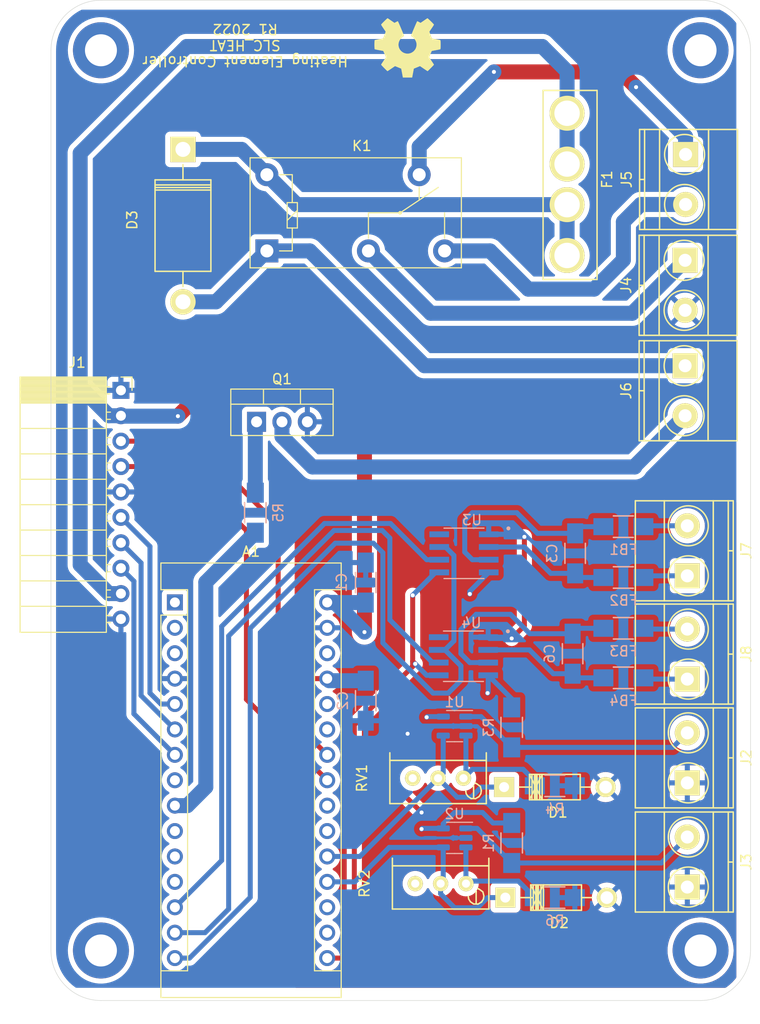
<source format=kicad_pcb>
(kicad_pcb (version 20211014) (generator pcbnew)
  (layers (0 "F.Cu" signal) (31 "B.Cu" signal) (34 "B.Paste" user) (35 "F.Paste" user) (36 "B.SilkS" user "B.Silkscreen") (37 "F.SilkS" user "F.Silkscreen") (38 "B.Mask" user) (39 "F.Mask" user) (44 "Edge.Cuts" user))
  (net 0 "")
  (net 3 "GND")
  (net 5 "+5V")
  (net 8 "/TMSTR1")
  (net 9 "/TMSTR2")
  (net 10 "/I2C_TC_CLK")
  (net 12 "/I2C_DAT")
  (net 14 "/SYNC")
  (net 16 "/E_STOP")
  (net 23 "+12V")
  (net 24 "/INT")
  (net 25 "/PWM")
  (net 26 "/TC_DATA")
  (net 27 "/TC_CLK")
  (net 28 "/SS1")
  (net 29 "/SS2")
  (net 30 "/T-1")
  (net 31 "/T+1")
  (net 32 "Net-(J6-Pad1)")
  (net 33 "Net-(Q1-Pad1)")
  (net 35 "/T-2")
  (net 36 "/T+2")
  (net 38 "Net-(F1-Pad1)")
  (net 39 "Net-(FB1-Pad2)")
  (net 40 "Net-(FB2-Pad2)")
  (net 41 "Net-(FB3-Pad2)")
  (net 42 "Net-(FB4-Pad2)")
  (net 43 "Net-(J2-Pad2)")
  (net 44 "Net-(J3-Pad2)")
  (net 45 "Net-(J5-Pad1)")
  (net 46 "Net-(J5-Pad2)")
  (net 47 "Net-(R4-Pad1)")
  (net 48 "Net-(R6-Pad1)")
  (net 51 "Net-(J6-Pad2)")
  (net 52 "Net-(J4-Pad1)")
  (footprint "MountingHole:MountingHole_3.2mm_M3_DIN965_Pad" (layer "F.Cu") (at 127.6 44.8)
    (fp_text reference "H1" hide)
    (fp_text value "MountingHole")
    (pad "1" thru_hole circle locked (at 0 0) (size 5.6 5.6) (drill 3.2) (layers *.Cu *.Mask))
  )
  (footprint "MountingHole:MountingHole_3.2mm_M3_DIN965_Pad" (layer "F.Cu") (at 187.6 44.8)
    (fp_text reference "H2" hide)
    (fp_text value "MountingHole")
    (pad "1" thru_hole circle locked (at 0 0) (size 5.6 5.6) (drill 3.2) (layers *.Cu *.Mask))
  )
  (footprint "MountingHole:MountingHole_3.2mm_M3_DIN965_Pad" (layer "F.Cu") (at 127.6 134.8)
    (fp_text reference "H3" hide)
    (fp_text value "MountingHole")
    (pad "1" thru_hole circle locked (at 0 0) (size 5.6 5.6) (drill 3.2) (layers *.Cu *.Mask))
  )
  (footprint "MountingHole:MountingHole_3.2mm_M3_DIN965_Pad" (layer "F.Cu") (at 187.6 134.8)
    (fp_text reference "H4" hide)
    (fp_text value "MountingHole")
    (pad "1" thru_hole circle locked (at 0 0) (size 5.6 5.6) (drill 3.2) (layers *.Cu *.Mask))
  )
  (footprint "Module:Arduino_Nano" (layer "F.Cu") (at 135 100)
    (fp_text reference "A1" (at 7.62 -5.08) (layer "F.SilkS"))
    (fp_text value "Arduino_Nano_v3.x")
    (pad "1" thru_hole rect locked (at 0 0) (size 1.6 1.6) (drill 1) (layers *.Cu *.Mask))
    (pad "2" thru_hole oval locked (at 0 2.54) (size 1.6 1.6) (drill 1) (layers *.Cu *.Mask))
    (pad "3" thru_hole oval locked (at 0 5.08) (size 1.6 1.6) (drill 1) (layers *.Cu *.Mask))
    (pad "4" thru_hole oval locked (at 0 7.62) (size 1.6 1.6) (drill 1) (layers *.Cu *.Mask) (net 3 "GND"))
    (pad "5" thru_hole oval locked (at 0 10.16) (size 1.6 1.6) (drill 1) (layers *.Cu *.Mask) (net 16 "/E_STOP"))
    (pad "6" thru_hole oval locked (at 0 12.7) (size 1.6 1.6) (drill 1) (layers *.Cu *.Mask) (net 24 "/INT"))
    (pad "7" thru_hole oval locked (at 0 15.24) (size 1.6 1.6) (drill 1) (layers *.Cu *.Mask) (net 14 "/SYNC"))
    (pad "8" thru_hole oval locked (at 0 17.78) (size 1.6 1.6) (drill 1) (layers *.Cu *.Mask))
    (pad "9" thru_hole oval locked (at 0 20.32) (size 1.6 1.6) (drill 1) (layers *.Cu *.Mask) (net 25 "/PWM"))
    (pad "10" thru_hole oval locked (at 0 22.86) (size 1.6 1.6) (drill 1) (layers *.Cu *.Mask))
    (pad "11" thru_hole oval locked (at 0 25.4) (size 1.6 1.6) (drill 1) (layers *.Cu *.Mask))
    (pad "12" thru_hole oval locked (at 0 27.94) (size 1.6 1.6) (drill 1) (layers *.Cu *.Mask))
    (pad "13" thru_hole oval locked (at 0 30.48) (size 1.6 1.6) (drill 1) (layers *.Cu *.Mask) (net 28 "/SS1"))
    (pad "14" thru_hole oval locked (at 0 33.02) (size 1.6 1.6) (drill 1) (layers *.Cu *.Mask) (net 29 "/SS2"))
    (pad "15" thru_hole oval locked (at 0 35.56) (size 1.6 1.6) (drill 1) (layers *.Cu *.Mask) (net 26 "/TC_DATA"))
    (pad "16" thru_hole oval locked (at 15.24 35.56) (size 1.6 1.6) (drill 1) (layers *.Cu *.Mask) (net 27 "/TC_CLK"))
    (pad "17" thru_hole oval locked (at 15.24 33.02) (size 1.6 1.6) (drill 1) (layers *.Cu *.Mask))
    (pad "18" thru_hole oval locked (at 15.24 30.48) (size 1.6 1.6) (drill 1) (layers *.Cu *.Mask))
    (pad "19" thru_hole oval locked (at 15.24 27.94) (size 1.6 1.6) (drill 1) (layers *.Cu *.Mask) (net 9 "/TMSTR2"))
    (pad "20" thru_hole oval locked (at 15.24 25.4) (size 1.6 1.6) (drill 1) (layers *.Cu *.Mask) (net 8 "/TMSTR1"))
    (pad "21" thru_hole oval locked (at 15.24 22.86) (size 1.6 1.6) (drill 1) (layers *.Cu *.Mask))
    (pad "22" thru_hole oval locked (at 15.24 20.32) (size 1.6 1.6) (drill 1) (layers *.Cu *.Mask))
    (pad "23" thru_hole oval locked (at 15.24 17.78) (size 1.6 1.6) (drill 1) (layers *.Cu *.Mask) (net 12 "/I2C_DAT"))
    (pad "24" thru_hole oval locked (at 15.24 15.24) (size 1.6 1.6) (drill 1) (layers *.Cu *.Mask) (net 10 "/I2C_TC_CLK"))
    (pad "25" thru_hole oval locked (at 15.24 12.7) (size 1.6 1.6) (drill 1) (layers *.Cu *.Mask))
    (pad "26" thru_hole oval locked (at 15.24 10.16) (size 1.6 1.6) (drill 1) (layers *.Cu *.Mask))
    (pad "27" thru_hole oval locked (at 15.24 7.62) (size 1.6 1.6) (drill 1) (layers *.Cu *.Mask) (net 5 "+5V"))
    (pad "28" thru_hole oval locked (at 15.24 5.08) (size 1.6 1.6) (drill 1) (layers *.Cu *.Mask))
    (pad "29" thru_hole oval locked (at 15.24 2.54) (size 1.6 1.6) (drill 1) (layers *.Cu *.Mask) (net 3 "GND"))
    (pad "30" thru_hole oval locked (at 15.24 0) (size 1.6 1.6) (drill 1) (layers *.Cu *.Mask) (net 23 "+12V"))
  )
  (footprint "Connector_PinSocket_2.54mm:PinSocket_1x10_P2.54mm_Horizontal" (layer "F.Cu") (at 129.6 78.8)
    (fp_text reference "J1" (at -4.38 -2.77) (layer "F.SilkS"))
    (fp_text value "Conn_01x10_Female")
    (pad "1" thru_hole rect locked (at 0 0) (size 1.7 1.7) (drill 1) (layers *.Cu *.Mask) (net 3 "GND"))
    (pad "2" thru_hole oval locked (at 0 2.54) (size 1.7 1.7) (drill 1) (layers *.Cu *.Mask) (net 23 "+12V"))
    (pad "3" thru_hole oval locked (at 0 5.08) (size 1.7 1.7) (drill 1) (layers *.Cu *.Mask) (net 10 "/I2C_TC_CLK"))
    (pad "4" thru_hole oval locked (at 0 7.62) (size 1.7 1.7) (drill 1) (layers *.Cu *.Mask) (net 12 "/I2C_DAT"))
    (pad "5" thru_hole oval locked (at 0 10.16) (size 1.7 1.7) (drill 1) (layers *.Cu *.Mask) (net 3 "GND"))
    (pad "6" thru_hole oval locked (at 0 12.7) (size 1.7 1.7) (drill 1) (layers *.Cu *.Mask) (net 16 "/E_STOP"))
    (pad "7" thru_hole oval locked (at 0 15.24) (size 1.7 1.7) (drill 1) (layers *.Cu *.Mask) (net 24 "/INT"))
    (pad "8" thru_hole oval locked (at 0 17.78) (size 1.7 1.7) (drill 1) (layers *.Cu *.Mask) (net 14 "/SYNC"))
    (pad "9" thru_hole oval locked (at 0 20.32) (size 1.7 1.7) (drill 1) (layers *.Cu *.Mask) (net 23 "+12V"))
    (pad "10" thru_hole oval locked (at 0 22.86) (size 1.7 1.7) (drill 1) (layers *.Cu *.Mask) (net 3 "GND"))
  )
  (footprint "Symbol:OSHW-Symbol_6.7x6mm_SilkScreen" (layer "F.Cu") (at 158.287 44.55 180)
    (fp_text reference "Logo1" hide)
    (fp_text value "Logo_Open_Hardware_Small" hide)
  )
  (footprint "OCI:TerminalBlock_Pheonix_MKDS1.5-2pol" (layer "F.Cu") (at 186.273 118.043 90)
    (fp_text reference "J2" (at 2.5 5.9 90) (layer "F.SilkS"))
    (fp_text value "Term_2")
    (pad "1" thru_hole rect locked (at 0 0 90) (size 2.5 2.5) (drill 1.3) (layers *.Cu *.Mask "F.SilkS") (net 3 "GND"))
    (pad "2" thru_hole circle locked (at 5 0 90) (size 2.5 2.5) (drill 1.3) (layers *.Cu *.Mask "F.SilkS") (net 43 "Net-(J2-Pad2)"))
  )
  (footprint "OCI:TerminalBlock_Pheonix_MKDS1.5-2pol" (layer "F.Cu") (at 186.273 128.457 90)
    (fp_text reference "J3" (at 2.5 5.9 90) (layer "F.SilkS"))
    (fp_text value "Term_2")
    (pad "1" thru_hole rect locked (at 0 0 90) (size 2.5 2.5) (drill 1.3) (layers *.Cu *.Mask "F.SilkS") (net 3 "GND"))
    (pad "2" thru_hole circle locked (at 5 0 90) (size 2.5 2.5) (drill 1.3) (layers *.Cu *.Mask "F.SilkS") (net 44 "Net-(J3-Pad2)"))
  )
  (footprint "OCI:Diode_DO-201AD_Horizontal_RM15" (layer "F.Cu") (at 135.80504 54.70878 -90)
    (fp_text reference "D3" (at 7.06722 5.07704 90) (layer "F.SilkS"))
    (fp_text value "General_Purpose_Diode")
    (pad "1" thru_hole rect locked (at 0.00122 -0.00296 90) (size 2.54 2.54) (drill 1.50114) (layers *.Cu *.Mask "F.SilkS") (net 38 "Net-(F1-Pad1)"))
    (pad "2" thru_hole circle locked (at 15.24122 -0.00296 90) (size 2.54 2.54) (drill 1.50114) (layers *.Cu *.Mask "F.SilkS") (net 32 "Net-(J6-Pad1)"))
  )
  (footprint "OCI:TerminalBlock_Pheonix_MKDS1.5-2pol" (layer "F.Cu") (at 186.054 76.34 -90)
    (fp_text reference "J6" (at 2.5 5.9 90) (layer "F.SilkS"))
    (fp_text value "Term_2")
    (pad "1" thru_hole rect locked (at 0 0 270) (size 2.5 2.5) (drill 1.3) (layers *.Cu *.Mask "F.SilkS") (net 32 "Net-(J6-Pad1)"))
    (pad "2" thru_hole circle locked (at 5 0 270) (size 2.5 2.5) (drill 1.3) (layers *.Cu *.Mask "F.SilkS") (net 51 "Net-(J6-Pad2)"))
  )
  (footprint "OCI:TerminalBlock_Pheonix_MKDS1.5-2pol" (layer "F.Cu") (at 186.1 55.218 -90)
    (fp_text reference "J5" (at 2.5 5.9 90) (layer "F.SilkS"))
    (fp_text value "Term_2")
    (pad "1" thru_hole rect locked (at 0 0 270) (size 2.5 2.5) (drill 1.3) (layers *.Cu *.Mask "F.SilkS") (net 45 "Net-(J5-Pad1)"))
    (pad "2" thru_hole circle locked (at 5 0 270) (size 2.5 2.5) (drill 1.3) (layers *.Cu *.Mask "F.SilkS") (net 46 "Net-(J5-Pad2)"))
  )
  (footprint "OCI:TerminalBlock_Pheonix_MKDS1.5-2pol" (layer "F.Cu") (at 186.273 107.669 90)
    (fp_text reference "J8" (at 2.5 5.9 90) (layer "F.SilkS"))
    (fp_text value "Term_2")
    (pad "1" thru_hole rect locked (at 0 0 90) (size 2.5 2.5) (drill 1.3) (layers *.Cu *.Mask "F.SilkS") (net 42 "Net-(FB4-Pad2)"))
    (pad "2" thru_hole circle locked (at 5 0 90) (size 2.5 2.5) (drill 1.3) (layers *.Cu *.Mask "F.SilkS") (net 41 "Net-(FB3-Pad2)"))
  )
  (footprint "OCI:Diode_DO-41_SOD81_Horizontal_RM10" (layer "F.Cu") (at 168.066 129.51554)
    (fp_text reference "D2" (at 5.38734 2.53746) (layer "F.SilkS"))
    (fp_text value "5.1V_z")
    (pad "1" thru_hole rect locked (at 0 -0.00254 180) (size 1.99898 1.99898) (drill 1.00076) (layers *.Cu *.Mask "F.SilkS") (net 9 "/TMSTR2"))
    (pad "2" thru_hole circle locked (at 10.16 -0.00254 180) (size 1.99898 1.99898) (drill 1.27) (layers *.Cu *.Mask "F.SilkS") (net 3 "GND"))
  )
  (footprint "OCI:TerminalBlock_Pheonix_MKDS1.5-2pol" (layer "F.Cu") (at 186.273 97.342 90)
    (fp_text reference "J7" (at 2.5 5.9 90) (layer "F.SilkS"))
    (fp_text value "Term_2")
    (pad "1" thru_hole rect locked (at 0 0 90) (size 2.5 2.5) (drill 1.3) (layers *.Cu *.Mask "F.SilkS") (net 40 "Net-(FB2-Pad2)"))
    (pad "2" thru_hole circle locked (at 5 0 90) (size 2.5 2.5) (drill 1.3) (layers *.Cu *.Mask "F.SilkS") (net 39 "Net-(FB1-Pad2)"))
  )
  (footprint "OCI:Potentiometer_Bourns_3296W_3-8Zoll_Inline_ScrewUp" (layer "F.Cu") (at 164.129 128.116 90)
    (fp_text reference "RV2" (at 0 -10.16 90) (layer "F.SilkS"))
    (fp_text value "10k_t")
    (pad "1" thru_hole circle locked (at 0 0 90) (size 1.524 1.524) (drill 0.8128) (layers *.Cu *.Mask "F.SilkS") (net 48 "Net-(R6-Pad1)"))
    (pad "2" thru_hole circle locked (at 0 -2.54 90) (size 1.524 1.524) (drill 0.8128) (layers *.Cu *.Mask "F.SilkS") (net 9 "/TMSTR2"))
    (pad "3" thru_hole circle locked (at 0 -5.08 90) (size 1.524 1.524) (drill 0.8128) (layers *.Cu *.Mask "F.SilkS"))
  )
  (footprint "OCI:TerminalBlock_Pheonix_MKDS1.5-2pol" (layer "F.Cu") (at 186.054 65.799 -90)
    (fp_text reference "J4" (at 2.5 5.9 90) (layer "F.SilkS"))
    (fp_text value "Term_2")
    (pad "1" thru_hole rect locked (at 0 0 270) (size 2.5 2.5) (drill 1.3) (layers *.Cu *.Mask "F.SilkS") (net 52 "Net-(J4-Pad1)"))
    (pad "2" thru_hole circle locked (at 5 0 270) (size 2.5 2.5) (drill 1.3) (layers *.Cu *.Mask "F.SilkS") (net 3 "GND"))
  )
  (footprint "OCI:Diode_DO-41_SOD81_Horizontal_RM10" (layer "F.Cu") (at 167.939 118.46654)
    (fp_text reference "D1" (at 5.38734 2.53746) (layer "F.SilkS"))
    (fp_text value "5.1V_z")
    (pad "1" thru_hole rect locked (at 0 -0.00254 180) (size 1.99898 1.99898) (drill 1.00076) (layers *.Cu *.Mask "F.SilkS") (net 8 "/TMSTR1"))
    (pad "2" thru_hole circle locked (at 10.16 -0.00254 180) (size 1.99898 1.99898) (drill 1.27) (layers *.Cu *.Mask "F.SilkS") (net 3 "GND"))
  )
  (footprint "OCI:Potentiometer_Bourns_3296W_3-8Zoll_Inline_ScrewUp" (layer "F.Cu") (at 163.875 117.575 90)
    (fp_text reference "RV1" (at 0 -10.16 90) (layer "F.SilkS"))
    (fp_text value "10k_t")
    (pad "1" thru_hole circle locked (at 0 0 90) (size 1.524 1.524) (drill 0.8128) (layers *.Cu *.Mask "F.SilkS") (net 47 "Net-(R4-Pad1)"))
    (pad "2" thru_hole circle locked (at 0 -2.54 90) (size 1.524 1.524) (drill 0.8128) (layers *.Cu *.Mask "F.SilkS") (net 8 "/TMSTR1"))
    (pad "3" thru_hole circle locked (at 0 -5.08 90) (size 1.524 1.524) (drill 0.8128) (layers *.Cu *.Mask "F.SilkS"))
  )
  (footprint "Package_TO_SOT_THT:TO-220-3_Vertical" (layer "F.Cu") (at 143.174 81.944)
    (fp_text reference "Q1" (at 2.54 -4.27) (layer "F.SilkS"))
    (fp_text value "TIP120")
    (pad "1" thru_hole rect (at 0 0) (size 1.905 2) (drill 1.1) (layers *.Cu *.Mask) (net 33 "Net-(Q1-Pad1)"))
    (pad "2" thru_hole oval (at 2.54 0) (size 1.905 2) (drill 1.1) (layers *.Cu *.Mask) (net 51 "Net-(J6-Pad2)"))
    (pad "3" thru_hole oval (at 5.08 0) (size 1.905 2) (drill 1.1) (layers *.Cu *.Mask) (net 3 "GND"))
  )
  (footprint "Relay_THT:Relay_SPDT_Omron-G5Q-1" (layer "F.Cu") (at 144.205 64.86)
    (fp_text reference "K1" (at 9.5 -10.5) (layer "F.SilkS"))
    (fp_text value "G5Q-1")
    (pad "1" thru_hole rect (at 0 0 180) (size 2.3 2.3) (drill 1.3) (layers *.Cu *.Mask) (net 32 "Net-(J6-Pad1)"))
    (pad "2" thru_hole circle (at 10.16 0 180) (size 2.3 2.3) (drill 1.3) (layers *.Cu *.Mask) (net 52 "Net-(J4-Pad1)"))
    (pad "3" thru_hole circle (at 17.78 0 180) (size 2.3 2.3) (drill 1.3) (layers *.Cu *.Mask) (net 46 "Net-(J5-Pad2)"))
    (pad "4" thru_hole circle (at 15.24 -7.62 180) (size 2.3 2.3) (drill 1.3) (layers *.Cu *.Mask) (net 45 "Net-(J5-Pad1)"))
    (pad "5" thru_hole circle (at 0 -7.62 180) (size 2.3 2.3) (drill 1.3) (layers *.Cu *.Mask) (net 38 "Net-(F1-Pad1)"))
  )
  (footprint "OCI:Fuse_Holder" (layer "F.Cu") (at 174.243 58.216 90)
    (fp_text reference "F1" (at 0.5 4 90) (layer "F.SilkS"))
    (fp_text value "10A")
    (pad "1" thru_hole circle locked (at -2.02 0 90) (size 3.5 3.5) (drill 2.54) (layers *.Cu *.Mask "F.SilkS") (net 38 "Net-(F1-Pad1)"))
    (pad "1" thru_hole circle locked (at -7.1 0 90) (size 3.5 3.5) (drill 2.54) (layers *.Cu *.Mask "F.SilkS") (net 38 "Net-(F1-Pad1)"))
    (pad "2" thru_hole circle locked (at 2.04 0 90) (size 3.5 3.5) (drill 2.54) (layers *.Cu *.Mask "F.SilkS") (net 23 "+12V"))
    (pad "2" thru_hole circle locked (at 7.12 0 90) (size 3.5 3.5) (drill 2.54) (layers *.Cu *.Mask "F.SilkS") (net 23 "+12V"))
  )
  (footprint "OCI:R_1206_HandSoldering" (layer "B.Cu") (at 179.877 107.542)
    (fp_text reference "FB4" (at 0 2.3) (layer "B.SilkS") (effects (justify mirror)))
    (fp_text value "Ferrite_Bead_Small")
    (pad "1" smd rect locked (at -2 0) (size 2 1.7) (layers "B.Cu" "B.Paste" "B.Mask") (net 35 "/T-2"))
    (pad "2" smd rect locked (at 2 0) (size 2 1.7) (layers "B.Cu" "B.Paste" "B.Mask") (net 42 "Net-(FB4-Pad2)"))
  )
  (footprint "OCI:R_1206_HandSoldering" (layer "B.Cu") (at 173.019 118.337)
    (fp_text reference "R4" (at 0 2.3) (layer "B.SilkS") (effects (justify mirror)))
    (fp_text value "10k")
    (pad "1" smd rect locked (at -2 0) (size 2 1.7) (layers "B.Cu" "B.Paste" "B.Mask") (net 47 "Net-(R4-Pad1)"))
    (pad "2" smd rect locked (at 2 0) (size 2 1.7) (layers "B.Cu" "B.Paste" "B.Mask") (net 3 "GND"))
  )
  (footprint "Package_TO_SOT_SMD:SOT-23-5" (layer "B.Cu") (at 162.986 123.544 180)
    (fp_text reference "U2" (at 0 2.4) (layer "B.SilkS") (effects (justify mirror)))
    (fp_text value "MCP6001U")
    (pad "1" smd roundrect (at -1.1375 0.95 180) (size 1.325 0.6) (layers "B.Cu" "B.Paste" "B.Mask") (net 44 "Net-(J3-Pad2)"))
    (pad "2" smd roundrect (at -1.1375 0 180) (size 1.325 0.6) (layers "B.Cu" "B.Paste" "B.Mask") (net 3 "GND"))
    (pad "3" smd roundrect (at -1.1375 -0.95 180) (size 1.325 0.6) (layers "B.Cu" "B.Paste" "B.Mask") (net 48 "Net-(R6-Pad1)"))
    (pad "4" smd roundrect (at 1.1375 -0.95 180) (size 1.325 0.6) (layers "B.Cu" "B.Paste" "B.Mask") (net 9 "/TMSTR2"))
    (pad "5" smd roundrect (at 1.1375 0.95 180) (size 1.325 0.6) (layers "B.Cu" "B.Paste" "B.Mask") (net 5 "+5V"))
  )
  (footprint "Package_TO_SOT_SMD:SOT-23-5" (layer "B.Cu") (at 162.986 112.368 180)
    (fp_text reference "U1" (at 0 2.4) (layer "B.SilkS") (effects (justify mirror)))
    (fp_text value "MCP6001U")
    (pad "1" smd roundrect (at -1.1375 0.95 180) (size 1.325 0.6) (layers "B.Cu" "B.Paste" "B.Mask") (net 43 "Net-(J2-Pad2)"))
    (pad "2" smd roundrect (at -1.1375 0 180) (size 1.325 0.6) (layers "B.Cu" "B.Paste" "B.Mask") (net 3 "GND"))
    (pad "3" smd roundrect (at -1.1375 -0.95 180) (size 1.325 0.6) (layers "B.Cu" "B.Paste" "B.Mask") (net 47 "Net-(R4-Pad1)"))
    (pad "4" smd roundrect (at 1.1375 -0.95 180) (size 1.325 0.6) (layers "B.Cu" "B.Paste" "B.Mask") (net 8 "/TMSTR1"))
    (pad "5" smd roundrect (at 1.1375 0.95 180) (size 1.325 0.6) (layers "B.Cu" "B.Paste" "B.Mask") (net 5 "+5V"))
  )
  (footprint "OCI:R_1206_HandSoldering" (layer "B.Cu") (at 173.019 129.513)
    (fp_text reference "R6" (at 0 2.3) (layer "B.SilkS") (effects (justify mirror)))
    (fp_text value "10k")
    (pad "1" smd rect locked (at -2 0) (size 2 1.7) (layers "B.Cu" "B.Paste" "B.Mask") (net 48 "Net-(R6-Pad1)"))
    (pad "2" smd rect locked (at 2 0) (size 2 1.7) (layers "B.Cu" "B.Paste" "B.Mask") (net 3 "GND"))
  )
  (footprint "OCI:C_1206_HandSoldering" (layer "B.Cu") (at 174.797 105.129 -90)
    (fp_text reference "C6" (at 0 2.3 -270) (layer "B.SilkS") (effects (justify mirror)))
    (fp_text value "0.01 uF")
    (pad "1" smd rect locked (at -2 0 270) (size 2 1.6) (layers "B.Cu" "B.Paste" "B.Mask") (net 36 "/T+2"))
    (pad "2" smd rect locked (at 2 0 270) (size 2 1.6) (layers "B.Cu" "B.Paste" "B.Mask") (net 35 "/T-2"))
  )
  (footprint "OCI:C_1206_HandSoldering" (layer "B.Cu") (at 154.096 98.017 90)
    (fp_text reference "C1" (at 0 -2.413 90) (layer "B.SilkS") (effects (justify mirror)))
    (fp_text value "10uF_t")
    (pad "1" smd rect locked (at -2 0 90) (size 2 1.6) (layers "B.Cu" "B.Paste" "B.Mask") (net 23 "+12V"))
    (pad "2" smd rect locked (at 2 0 90) (size 2 1.6) (layers "B.Cu" "B.Paste" "B.Mask") (net 3 "GND"))
  )
  (footprint "MAX6675ISA_:SOIC127P600X175-8N" (layer "B.Cu") (at 163.875 105.383 180)
    (fp_text reference "U4" (at -0.795 3.332) (layer "B.SilkS") (effects (justify mirror)))
    (fp_text value "MAX6675ISA+")
    (pad "1" smd roundrect locked (at -2.475 1.905 180) (size 1.97 0.59) (layers "B.Cu" "B.Paste" "B.Mask") (roundrect_rratio 0.07) (net 3 "GND"))
    (pad "2" smd roundrect locked (at -2.475 0.635 180) (size 1.97 0.59) (layers "B.Cu" "B.Paste" "B.Mask") (roundrect_rratio 0.07) (net 35 "/T-2"))
    (pad "3" smd roundrect locked (at -2.475 -0.635 180) (size 1.97 0.59) (layers "B.Cu" "B.Paste" "B.Mask") (roundrect_rratio 0.07) (net 36 "/T+2"))
    (pad "4" smd roundrect locked (at -2.475 -1.905 180) (size 1.97 0.59) (layers "B.Cu" "B.Paste" "B.Mask") (roundrect_rratio 0.07) (net 5 "+5V"))
    (pad "5" smd roundrect locked (at 2.475 -1.905 180) (size 1.97 0.59) (layers "B.Cu" "B.Paste" "B.Mask") (roundrect_rratio 0.07) (net 27 "/TC_CLK"))
    (pad "6" smd roundrect locked (at 2.475 -0.635 180) (size 1.97 0.59) (layers "B.Cu" "B.Paste" "B.Mask") (roundrect_rratio 0.07) (net 29 "/SS2"))
    (pad "7" smd roundrect locked (at 2.475 0.635 180) (size 1.97 0.59) (layers "B.Cu" "B.Paste" "B.Mask") (roundrect_rratio 0.07) (net 26 "/TC_DATA"))
    (pad "8" smd roundrect locked (at 2.475 1.905 180) (size 1.97 0.59) (layers "B.Cu" "B.Paste" "B.Mask") (roundrect_rratio 0.07))
  )
  (footprint "OCI:R_1206_HandSoldering" (layer "B.Cu") (at 179.877 92.429)
    (fp_text reference "FB1" (at 0 2.3) (layer "B.SilkS") (effects (justify mirror)))
    (fp_text value "Ferrite_Bead_Small")
    (pad "1" smd rect locked (at -2 0) (size 2 1.7) (layers "B.Cu" "B.Paste" "B.Mask") (net 31 "/T+1"))
    (pad "2" smd rect locked (at 2 0) (size 2 1.7) (layers "B.Cu" "B.Paste" "B.Mask") (net 39 "Net-(FB1-Pad2)"))
  )
  (footprint "OCI:R_1206_HandSoldering" (layer "B.Cu") (at 143.047 91.032 90)
    (fp_text reference "R5" (at 0 2.3 90) (layer "B.SilkS") (effects (justify mirror)))
    (fp_text value "330")
    (pad "1" smd rect locked (at -2 0 90) (size 2 1.7) (layers "B.Cu" "B.Paste" "B.Mask") (net 25 "/PWM"))
    (pad "2" smd rect locked (at 2 0 90) (size 2 1.7) (layers "B.Cu" "B.Paste" "B.Mask") (net 33 "Net-(Q1-Pad1)"))
  )
  (footprint "OCI:R_1206_HandSoldering" (layer "B.Cu") (at 179.877 102.589)
    (fp_text reference "FB3" (at 0 2.3) (layer "B.SilkS") (effects (justify mirror)))
    (fp_text value "Ferrite_Bead_Small")
    (pad "1" smd rect locked (at -2 0) (size 2 1.7) (layers "B.Cu" "B.Paste" "B.Mask") (net 36 "/T+2"))
    (pad "2" smd rect locked (at 2 0) (size 2 1.7) (layers "B.Cu" "B.Paste" "B.Mask") (net 41 "Net-(FB3-Pad2)"))
  )
  (footprint "OCI:R_1206_HandSoldering" (layer "B.Cu") (at 168.701 124.052 -90)
    (fp_text reference "R1" (at 0 2.3 90) (layer "B.SilkS") (effects (justify mirror)))
    (fp_text value "10k")
    (pad "1" smd rect locked (at -2 0 270) (size 2 1.7) (layers "B.Cu" "B.Paste" "B.Mask") (net 5 "+5V"))
    (pad "2" smd rect locked (at 2 0 270) (size 2 1.7) (layers "B.Cu" "B.Paste" "B.Mask") (net 44 "Net-(J3-Pad2)"))
  )
  (footprint "OCI:R_1206_HandSoldering" (layer "B.Cu") (at 168.701 112.495 -90)
    (fp_text reference "R3" (at 0 2.3 90) (layer "B.SilkS") (effects (justify mirror)))
    (fp_text value "10k")
    (pad "1" smd rect locked (at -2 0 270) (size 2 1.7) (layers "B.Cu" "B.Paste" "B.Mask") (net 5 "+5V"))
    (pad "2" smd rect locked (at 2 0 270) (size 2 1.7) (layers "B.Cu" "B.Paste" "B.Mask") (net 43 "Net-(J2-Pad2)"))
  )
  (footprint "OCI:C_1206_HandSoldering" (layer "B.Cu") (at 175.051 95.096 -90)
    (fp_text reference "C3" (at 0 2.3 -270) (layer "B.SilkS") (effects (justify mirror)))
    (fp_text value "0.01 uF")
    (pad "1" smd rect locked (at -2 0 270) (size 2 1.6) (layers "B.Cu" "B.Paste" "B.Mask") (net 31 "/T+1"))
    (pad "2" smd rect locked (at 2 0 270) (size 2 1.6) (layers "B.Cu" "B.Paste" "B.Mask") (net 30 "/T-1"))
  )
  (footprint "OCI:C_1206_HandSoldering" (layer "B.Cu") (at 154.096 109.828 -90)
    (fp_text reference "C2" (at 0 2.3 90) (layer "B.SilkS") (effects (justify mirror)))
    (fp_text value "10uF_t")
    (pad "1" smd rect locked (at -2 0 270) (size 2 1.6) (layers "B.Cu" "B.Paste" "B.Mask") (net 5 "+5V"))
    (pad "2" smd rect locked (at 2 0 270) (size 2 1.6) (layers "B.Cu" "B.Paste" "B.Mask") (net 3 "GND"))
  )
  (footprint "MAX6675ISA_:SOIC127P600X175-8N" (layer "B.Cu") (at 163.928 95.096 180)
    (fp_text reference "U3" (at -0.795 3.332) (layer "B.SilkS") (effects (justify mirror)))
    (fp_text value "MAX6675ISA+")
    (pad "1" smd roundrect locked (at -2.475 1.905 180) (size 1.97 0.59) (layers "B.Cu" "B.Paste" "B.Mask") (roundrect_rratio 0.07) (net 3 "GND"))
    (pad "2" smd roundrect locked (at -2.475 0.635 180) (size 1.97 0.59) (layers "B.Cu" "B.Paste" "B.Mask") (roundrect_rratio 0.07) (net 30 "/T-1"))
    (pad "3" smd roundrect locked (at -2.475 -0.635 180) (size 1.97 0.59) (layers "B.Cu" "B.Paste" "B.Mask") (roundrect_rratio 0.07) (net 31 "/T+1"))
    (pad "4" smd roundrect locked (at -2.475 -1.905 180) (size 1.97 0.59) (layers "B.Cu" "B.Paste" "B.Mask") (roundrect_rratio 0.07) (net 5 "+5V"))
    (pad "5" smd roundrect locked (at 2.475 -1.905 180) (size 1.97 0.59) (layers "B.Cu" "B.Paste" "B.Mask") (roundrect_rratio 0.07) (net 27 "/TC_CLK"))
    (pad "6" smd roundrect locked (at 2.475 -0.635 180) (size 1.97 0.59) (layers "B.Cu" "B.Paste" "B.Mask") (roundrect_rratio 0.07) (net 28 "/SS1"))
    (pad "7" smd roundrect locked (at 2.475 0.635 180) (size 1.97 0.59) (layers "B.Cu" "B.Paste" "B.Mask") (roundrect_rratio 0.07) (net 26 "/TC_DATA"))
    (pad "8" smd roundrect locked (at 2.475 1.905 180) (size 1.97 0.59) (layers "B.Cu" "B.Paste" "B.Mask") (roundrect_rratio 0.07))
  )
  (footprint "OCI:R_1206_HandSoldering" (layer "B.Cu") (at 179.877 97.509)
    (fp_text reference "FB2" (at 0 2.3) (layer "B.SilkS") (effects (justify mirror)))
    (fp_text value "Ferrite_Bead_Small")
    (pad "1" smd rect locked (at -2 0) (size 2 1.7) (layers "B.Cu" "B.Paste" "B.Mask") (net 30 "/T-1"))
    (pad "2" smd rect locked (at 2 0) (size 2 1.7) (layers "B.Cu" "B.Paste" "B.Mask") (net 40 "Net-(FB2-Pad2)"))
  )
  (gr_line (start 192.6 44.8) (end 192.6 134.8) (layer "Edge.Cuts") (width 0.05))
  (gr_arc (start 192.6 134.8) (mid 191.135534 138.335534) (end 187.6 139.8) (layer "Edge.Cuts") (width 0.05))
  (gr_arc (start 122.6 44.8) (mid 124.064466 41.264466) (end 127.6 39.8) (layer "Edge.Cuts") (width 0.05))
  (gr_line (start 122.6 134.8) (end 122.6 44.8) (layer "Edge.Cuts") (width 0.05))
  (gr_arc (start 127.6 139.8) (mid 124.064466 138.335534) (end 122.6 134.8) (layer "Edge.Cuts") (width 0.05))
  (gr_line (start 127.6 139.8) (end 187.6 139.8) (layer "Edge.Cuts") (width 0.05))
  (gr_line (start 127.6 39.8) (end 187.6 39.8) (layer "Edge.Cuts") (width 0.05))
  (gr_arc (start 187.6 39.8) (mid 191.135534 41.264466) (end 192.6 44.8) (layer "Edge.Cuts") (width 0.05))
  (gr_text "Heating Element Controller\nSLC_HEAT\nR1 2022" (at 142.031 44.296 180) (layer "F.SilkS") (effects (font (size 1 1))))
  (segment (start 156.636 114.781) (end 156.636 117.956) (width 0.5) (layer "F.Cu") (net 3))
  (segment (start 169.971 102.335) (end 168.701 103.605) (width 0.5) (layer "F.Cu") (net 3))
  (segment (start 156.636 117.956) (end 159.684 121.004) (width 0.5) (layer "F.Cu") (net 3))
  (segment (start 158.287 113.13) (end 156.636 114.781) (width 0.5) (layer "F.Cu") (net 3))
  (segment (start 169.971 93.445) (end 169.971 102.335) (width 0.5) (layer "F.Cu") (net 3))
  (via (at 158.287 113.13) (size 0.5) (drill 0.4) (layers "F.Cu" "B.Cu") (net 3))
  (via (at 168.701 103.605) (size 0.5) (drill 0.4) (layers "F.Cu" "B.Cu") (net 3))
  (via (at 169.971 93.445) (size 0.5) (drill 0.4) (layers "F.Cu" "B.Cu") (net 3))
  (via (at 159.684 121.004) (size 0.5) (drill 0.4) (layers "F.Cu" "B.Cu") (net 3))
  (segment (start 169.717 93.191) (end 169.971 93.445) (width 0.5) (layer "B.Cu") (net 3))
  (segment (start 168.701 103.605) (end 166.477 103.605) (width 0.5) (layer "B.Cu") (net 3))
  (segment (start 166.477 103.605) (end 166.35 103.478) (width 0.5) (layer "B.Cu") (net 3))
  (segment (start 164.1235 112.368) (end 159.049 112.368) (width 0.5) (layer "B.Cu") (net 3))
  (segment (start 159.049 112.368) (end 158.287 113.13) (width 0.5) (layer "B.Cu") (net 3))
  (segment (start 166.403 93.191) (end 169.717 93.191) (width 0.5) (layer "B.Cu") (net 3))
  (segment (start 166.288 109.066) (end 164.51 107.288) (width 0.5) (layer "F.Cu") (net 5))
  (segment (start 164.51 107.288) (end 164.51 99.16) (width 0.5) (layer "F.Cu") (net 5))
  (via (at 164.51 99.16) (size 0.5) (drill 0.4) (layers "F.Cu" "B.Cu") (net 5))
  (via (at 159.684 122.655) (size 0.5) (drill 0.4) (layers "F.Cu" "B.Cu") (net 5))
  (via (at 160.192 111.479) (size 0.5) (drill 0.4) (layers "F.Cu" "B.Cu") (net 5))
  (via (at 166.288 109.066) (size 0.5) (drill 0.4) (layers "F.Cu" "B.Cu") (net 5))
  (segment (start 168.701 109.639) (end 166.35 107.288) (width 0.5) (layer "B.Cu") (net 5))
  (segment (start 164.51 98.894) (end 166.403 97.001) (width 0.5) (layer "B.Cu") (net 5))
  (segment (start 166.828 122.052) (end 165.78 121.004) (width 0.5) (layer "B.Cu") (net 5))
  (segment (start 161.8485 122.594) (end 159.745 122.594) (width 0.5) (layer "B.Cu") (net 5))
  (segment (start 164.51 99.16) (end 164.51 98.894) (width 0.5) (layer "B.Cu") (net 5))
  (segment (start 166.35 109.004) (end 166.288 109.066) (width 0.5) (layer "B.Cu") (net 5))
  (segment (start 154.096 107.828) (end 150.448 107.828) (width 1.5) (layer "B.Cu") (net 5))
  (segment (start 168.701 122.052) (end 166.828 122.052) (width 0.5) (layer "B.Cu") (net 5))
  (segment (start 159.745 122.594) (end 159.684 122.655) (width 0.5) (layer "B.Cu") (net 5))
  (segment (start 162.986 121.004) (end 161.8485 122.1415) (width 0.5) (layer "B.Cu") (net 5))
  (segment (start 165.78 121.004) (end 162.986 121.004) (width 0.5) (layer "B.Cu") (net 5))
  (segment (start 168.701 110.495) (end 168.701 109.639) (width 0.5) (layer "B.Cu") (net 5))
  (segment (start 161.8485 122.1415) (end 161.8485 122.594) (width 0.5) (layer "B.Cu") (net 5))
  (segment (start 161.8485 111.418) (end 160.253 111.418) (width 0.5) (layer "B.Cu") (net 5))
  (segment (start 150.42 107.8) (end 150.24 107.62) (width 0.5) (layer "B.Cu") (net 5))
  (segment (start 160.253 111.418) (end 160.192 111.479) (width 0.5) (layer "B.Cu") (net 5))
  (segment (start 166.35 107.288) (end 166.35 109.004) (width 0.5) (layer "B.Cu") (net 5))
  (segment (start 150.448 107.828) (end 150.24 107.62) (width 1.5) (layer "B.Cu") (net 5))
  (segment (start 161.8485 113.318) (end 161.8485 117.0615) (width 0.5) (layer "B.Cu") (net 8))
  (segment (start 163.24 119.48) (end 161.335 117.575) (width 0.5) (layer "B.Cu") (net 8))
  (segment (start 161.8485 117.0615) (end 161.335 117.575) (width 0.5) (layer "B.Cu") (net 8))
  (segment (start 165.653 118.464) (end 164.637 119.48) (width 0.5) (layer "B.Cu") (net 8))
  (segment (start 167.939 118.464) (end 165.653 118.464) (width 0.5) (layer "B.Cu") (net 8))
  (segment (start 164.637 119.48) (end 163.24 119.48) (width 0.5) (layer "B.Cu") (net 8))
  (segment (start 150.24 125.4) (end 153.51 125.4) (width 0.5) (layer "B.Cu") (net 8))
  (segment (start 153.51 125.4) (end 161.335 117.575) (width 0.5) (layer "B.Cu") (net 8))
  (segment (start 161.589 129.132) (end 161.589 128.116) (width 0.5) (layer "B.Cu") (net 9))
  (segment (start 162.986 130.529) (end 161.589 129.132) (width 0.5) (layer "B.Cu") (net 9))
  (segment (start 150.24 127.94) (end 153.002 127.94) (width 0.5) (layer "B.Cu") (net 9))
  (segment (start 166.288 129.513) (end 165.272 130.529) (width 0.5) (layer "B.Cu") (net 9))
  (segment (start 153.002 127.94) (end 156.448 124.494) (width 0.5) (layer "B.Cu") (net 9))
  (segment (start 161.8485 127.8565) (end 161.589 128.116) (width 0.5) (layer "B.Cu") (net 9))
  (segment (start 168.066 129.513) (end 166.288 129.513) (width 0.5) (layer "B.Cu") (net 9))
  (segment (start 165.272 130.529) (end 162.986 130.529) (width 0.5) (layer "B.Cu") (net 9))
  (segment (start 156.448 124.494) (end 161.8485 124.494) (width 0.5) (layer "B.Cu") (net 9))
  (segment (start 161.8485 124.494) (end 161.8485 127.8565) (width 0.5) (layer "B.Cu") (net 9))
  (segment (start 145.333 92.302) (end 136.911 83.88) (width 0.5) (layer "F.Cu") (net 10))
  (segment (start 150.24 115.24) (end 145.333 110.333) (width 0.5) (layer "F.Cu") (net 10))
  (segment (start 145.333 110.333) (end 145.333 92.302) (width 0.5) (layer "F.Cu") (net 10))
  (segment (start 136.911 83.88) (end 129.6 83.88) (width 0.5) (layer "F.Cu") (net 10))
  (segment (start 142.158 109.698) (end 150.24 117.78) (width 0.5) (layer "F.Cu") (net 12))
  (segment (start 135.768 86.42) (end 142.158 92.81) (width 0.5) (layer "F.Cu") (net 12))
  (segment (start 129.6 86.42) (end 135.768 86.42) (width 0.5) (layer "F.Cu") (net 12))
  (segment (start 142.158 92.81) (end 142.158 109.698) (width 0.5) (layer "F.Cu") (net 12))
  (segment (start 130.899511 97.879511) (end 130.899511 111.139511) (width 0.5) (layer "B.Cu") (net 14))
  (segment (start 130.899511 111.139511) (end 135 115.24) (width 0.5) (layer "B.Cu") (net 14))
  (segment (start 129.6 96.58) (end 130.899511 97.879511) (width 0.5) (layer "B.Cu") (net 14))
  (segment (start 132.506 94.406) (end 132.506 109.066) (width 0.5) (layer "B.Cu") (net 16))
  (segment (start 129.6 91.5) (end 132.506 94.406) (width 0.5) (layer "B.Cu") (net 16))
  (segment (start 133.6 110.16) (end 135 110.16) (width 0.5) (layer "B.Cu") (net 16))
  (segment (start 132.506 109.066) (end 133.6 110.16) (width 0.5) (layer "B.Cu") (net 16))
  (segment (start 130.18 91.5) (end 129.6 91.5) (width 0.5) (layer "B.Cu") (net 16))
  (segment (start 153.969 78.586) (end 151.429 76.046) (width 1.5) (layer "F.Cu") (net 23))
  (segment (start 151.429 76.046) (end 140.634 76.046) (width 1.5) (layer "F.Cu") (net 23))
  (segment (start 153.969 102.97) (end 153.969 78.586) (width 1.5) (layer "F.Cu") (net 23))
  (segment (start 140.634 76.046) (end 135.3 81.38) (width 1.5) (layer "F.Cu") (net 23))
  (via (at 153.969 102.97) (size 0.5) (drill 0.4) (layers "F.Cu" "B.Cu") (net 23))
  (via (at 135.3 81.38) (size 0.5) (drill 0.4) (layers "F.Cu" "B.Cu") (net 23))
  (segment (start 128.397919 81.34) (end 129.6 81.34) (width 1.5) (layer "B.Cu") (net 23))
  (segment (start 174.243 51.096) (end 174.243 56.176) (width 1.5) (layer "B.Cu") (net 23))
  (segment (start 125.521 96.243081) (end 125.521 78.463081) (width 1.5) (layer "B.Cu") (net 23))
  (segment (start 171.759 44.423) (end 136.189 44.423) (width 1.5) (layer "B.Cu") (net 23))
  (segment (start 174.243 46.907) (end 174.243 51.096) (width 1.5) (layer "B.Cu") (net 23))
  (segment (start 150.24 100) (end 150.999 100) (width 1.5) (layer "B.Cu") (net 23))
  (segment (start 150.257 100.017) (end 150.24 100) (width 1.5) (layer "B.Cu") (net 23))
  (segment (start 171.759 44.423) (end 174.243 46.907) (width 1.5) (layer "B.Cu") (net 23))
  (segment (start 125.521 78.463081) (end 128.397919 81.34) (width 1.5) (layer "B.Cu") (net 23))
  (segment (start 136.189 44.423) (end 125.521 55.091) (width 1.5) (layer "B.Cu") (net 23))
  (segment (start 128.99 81.34) (end 129.6 81.34) (width 0.5) (layer "B.Cu") (net 23))
  (segment (start 150.999 100) (end 153.969 102.97) (width 1.5) (layer "B.Cu") (net 23))
  (segment (start 129.6 99.12) (end 128.397919 99.12) (width 1.5) (layer "B.Cu") (net 23))
  (segment (start 129.64 81.38) (end 129.6 81.34) (width 1.5) (layer "B.Cu") (net 23))
  (segment (start 128.397919 99.12) (end 125.521 96.243081) (width 1.5) (layer "B.Cu") (net 23))
  (segment (start 154.096 100.017) (end 150.257 100.017) (width 1.5) (layer "B.Cu") (net 23))
  (segment (start 125.521 55.091) (end 125.521 78.463081) (width 1.5) (layer "B.Cu") (net 23))
  (segment (start 135.3 81.38) (end 129.64 81.38) (width 1.5) (layer "B.Cu") (net 23))
  (segment (start 174.299 51.04) (end 174.243 51.096) (width 1.5) (layer "B.Cu") (net 23))
  (segment (start 129.6 94.04) (end 131.617 96.057) (width 0.5) (layer "B.Cu") (net 24))
  (segment (start 131.617 96.057) (end 131.617 109.317) (width 0.5) (layer "B.Cu") (net 24))
  (segment (start 130.18 94.04) (end 129.6 94.04) (width 0.5) (layer "B.Cu") (net 24))
  (segment (start 131.617 109.317) (end 135 112.7) (width 0.5) (layer "B.Cu") (net 24))
  (segment (start 138.094 118.464) (end 138.094 97.985) (width 1.5) (layer "B.Cu") (net 25))
  (segment (start 136.238 120.32) (end 138.094 118.464) (width 1.5) (layer "B.Cu") (net 25))
  (segment (start 138.094 97.985) (end 143.047 93.032) (width 1.5) (layer "B.Cu") (net 25))
  (segment (start 135 120.32) (end 136.238 120.32) (width 1.5) (layer "B.Cu") (net 25))
  (segment (start 162.92148 103.848044) (end 162.021524 104.748) (width 0.5) (layer "B.Cu") (net 26))
  (segment (start 163.621 107.796) (end 163.621 106.347476) (width 0.5) (layer "B.Cu") (net 26))
  (segment (start 160.827 109.066) (end 162.351 109.066) (width 0.5) (layer "B.Cu") (net 26))
  (segment (start 162.021524 104.748) (end 161.4 104.748) (width 0.5) (layer "B.Cu") (net 26))
  (segment (start 136.46527 135.56) (end 142.539 129.48627) (width 0.5) (layer "B.Cu") (net 26))
  (segment (start 135 135.56) (end 136.46527 135.56) (width 0.5) (layer "B.Cu") (net 26))
  (segment (start 155.80948 95.031458) (end 155.80948 104.04848) (width 0.5) (layer "B.Cu") (net 26))
  (segment (start 161.453 94.461) (end 162.074524 94.461) (width 0.5) (layer "B.Cu") (net 26))
  (segment (start 154.858022 94.08) (end 155.80948 95.031458) (width 0.5) (layer "B.Cu") (net 26))
  (segment (start 155.80948 104.04848) (end 160.827 109.066) (width 0.5) (layer "B.Cu") (net 26))
  (segment (start 163.621 106.347476) (end 162.021524 104.748) (width 0.5) (layer "B.Cu") (net 26))
  (segment (start 162.92148 95.307956) (end 162.92148 103.848044) (width 0.5) (layer "B.Cu") (net 26))
  (segment (start 151.048 94.08) (end 154.858022 94.08) (width 0.5) (layer "B.Cu") (net 26))
  (segment (start 162.351 109.066) (end 163.621 107.796) (width 0.5) (layer "B.Cu") (net 26))
  (segment (start 142.539 102.589) (end 151.048 94.08) (width 0.5) (layer "B.Cu") (net 26))
  (segment (start 142.539 129.48627) (end 142.539 102.589) (width 0.5) (layer "B.Cu") (net 26))
  (segment (start 162.074524 94.461) (end 162.92148 95.307956) (width 0.5) (layer "B.Cu") (net 26))
  (segment (start 158.795 99.287) (end 158.795 105.891) (width 0.5) (layer "F.Cu") (net 27))
  (segment (start 158.541 106.653) (end 158.795 106.399) (width 0.5) (layer "F.Cu") (net 27))
  (segment (start 158.541 106.653) (end 152.953 112.241) (width 0.5) (layer "F.Cu") (net 27))
  (segment (start 152.24 135.56) (end 150.24 135.56) (width 0.5) (layer "F.Cu") (net 27))
  (segment (start 152.953 134.847) (end 152.24 135.56) (width 0.5) (layer "F.Cu") (net 27))
  (segment (start 152.953 112.241) (end 152.953 134.847) (width 0.5) (layer "F.Cu") (net 27))
  (segment (start 158.795 106.399) (end 158.795 105.891) (width 0.5) (layer "F.Cu") (net 27))
  (segment (start 159.049 106.145) (end 158.541 106.653) (width 0.5) (layer "F.Cu") (net 27))
  (segment (start 158.795 105.891) (end 159.049 106.145) (width 0.5) (layer "F.Cu") (net 27))
  (via (at 158.795 99.287) (size 0.5) (drill 0.4) (layers "F.Cu" "B.Cu") (net 27))
  (via (at 159.049 106.145) (size 0.5) (drill 0.4) (layers "F.Cu" "B.Cu") (net 27))
  (segment (start 161.081 97.001) (end 158.795 99.287) (width 0.5) (layer "B.Cu") (net 27))
  (segment (start 159.049 106.145) (end 160.192 107.288) (width 0.5) (layer "B.Cu") (net 27))
  (segment (start 161.453 97.001) (end 161.081 97.001) (width 0.5) (layer "B.Cu") (net 27))
  (segment (start 160.192 107.288) (end 161.4 107.288) (width 0.5) (layer "B.Cu") (net 27))
  (segment (start 160.192 95.731) (end 161.453 95.731) (width 0.5) (layer "B.Cu") (net 28))
  (segment (start 135 130.48) (end 139.68048 125.79952) (width 0.5) (layer "B.Cu") (net 28))
  (segment (start 156.571481 92.110481) (end 160.192 95.731) (width 0.5) (layer "B.Cu") (net 28))
  (segment (start 139.68048 102.39952) (end 149.969519 92.110481) (width 0.5) (layer "B.Cu") (net 28))
  (segment (start 139.68048 125.79952) (end 139.68048 102.39952) (width 0.5) (layer "B.Cu") (net 28))
  (segment (start 149.969519 92.110481) (end 156.571481 92.110481) (width 0.5) (layer "B.Cu") (net 28))
  (segment (start 150.921 92.81) (end 140.38 103.351) (width 0.5) (layer "B.Cu") (net 29))
  (segment (start 140.38 103.351) (end 140.38 130.656) (width 0.5) (layer "B.Cu") (net 29))
  (segment (start 156.509 101.748524) (end 156.509 93.572) (width 0.5) (layer "B.Cu") (net 29))
  (segment (start 161.4 106.018) (end 160.778476 106.018) (width 0.5) (layer "B.Cu") (net 29))
  (segment (start 156.509 93.572) (end 155.747 92.81) (width 0.5) (layer "B.Cu") (net 29))
  (segment (start 140.38 130.656) (end 138.016 133.02) (width 0.5) (layer "B.Cu") (net 29))
  (segment (start 160.778476 106.018) (end 156.509 101.748524) (width 0.5) (layer "B.Cu") (net 29))
  (segment (start 138.016 133.02) (end 135 133.02) (width 0.5) (layer "B.Cu") (net 29))
  (segment (start 155.747 92.81) (end 150.921 92.81) (width 0.5) (layer "B.Cu") (net 29))
  (segment (start 172.606 97.096) (end 169.971 94.461) (width 0.5) (layer "B.Cu") (net 30))
  (segment (start 175.051 97.096) (end 172.606 97.096) (width 0.5) (layer "B.Cu") (net 30))
  (segment (start 177.877 97.509) (end 175.464 97.509) (width 0.5) (layer "B.Cu") (net 30))
  (segment (start 169.971 94.461) (end 166.403 94.461) (width 0.5) (layer "B.Cu") (net 30))
  (segment (start 175.464 97.509) (end 175.051 97.096) (width 0.5) (layer "B.Cu") (net 30))
  (segment (start 164.002 94.969) (end 164.764 95.731) (width 0.5) (layer "B.Cu") (net 31))
  (segment (start 177.877 92.429) (end 175.718 92.429) (width 0.5) (layer "B.Cu") (net 31))
  (segment (start 164.002 91.794) (end 164.002 94.969) (width 0.5) (layer "B.Cu") (net 31))
  (segment (start 164.764 91.032) (end 164.002 91.794) (width 0.5) (layer "B.Cu") (net 31))
  (segment (start 164.764 95.731) (end 166.403 95.731) (width 0.5) (layer "B.Cu") (net 31))
  (segment (start 175.051 93.096) (end 171.273 93.096) (width 0.5) (layer "B.Cu") (net 31))
  (segment (start 175.718 92.429) (end 175.051 93.096) (width 0.5) (layer "B.Cu") (net 31))
  (segment (start 171.273 93.096) (end 169.209 91.032) (width 0.5) (layer "B.Cu") (net 31))
  (segment (start 169.209 91.032) (end 164.764 91.032) (width 0.5) (layer "B.Cu") (net 31))
  (segment (start 144.205 64.86) (end 148.498 64.86) (width 1.5) (layer "B.Cu") (net 32))
  (segment (start 139.115 69.95) (end 144.205 64.86) (width 1.5) (layer "B.Cu") (net 32))
  (segment (start 159.978 76.34) (end 186.054 76.34) (width 1.5) (layer "B.Cu") (net 32))
  (segment (start 135.808 69.95) (end 139.115 69.95) (width 1.5) (layer "B.Cu") (net 32))
  (segment (start 148.498 64.86) (end 159.978 76.34) (width 1.5) (layer "B.Cu") (net 32))
  (segment (start 143.047 89.032) (end 143.047 82.071) (width 1.5) (layer "B.Cu") (net 33))
  (segment (start 143.047 82.071) (end 143.174 81.944) (width 1.5) (layer "B.Cu") (net 33))
  (segment (start 174.797 107.129) (end 172.86 107.129) (width 0.5) (layer "B.Cu") (net 35))
  (segment (start 172.86 107.129) (end 170.479 104.748) (width 0.5) (layer "B.Cu") (net 35))
  (segment (start 177.877 107.542) (end 175.21 107.542) (width 0.5) (layer "B.Cu") (net 35))
  (segment (start 170.479 104.748) (end 166.35 104.748) (width 0.5) (layer "B.Cu") (net 35))
  (segment (start 175.21 107.542) (end 174.797 107.129) (width 0.5) (layer "B.Cu") (net 35))
  (segment (start 163.621 102.716) (end 163.621 105.129) (width 0.5) (layer "B.Cu") (net 36))
  (segment (start 174.797 103.129) (end 170.511 103.129) (width 0.5) (layer "B.Cu") (net 36))
  (segment (start 170.511 103.129) (end 168.574 101.192) (width 0.5) (layer "B.Cu") (net 36))
  (segment (start 168.574 101.192) (end 165.145 101.192) (width 0.5) (layer "B.Cu") (net 36))
  (segment (start 177.877 102.589) (end 175.337 102.589) (width 0.5) (layer "B.Cu") (net 36))
  (segment (start 163.621 105.129) (end 164.51 106.018) (width 0.5) (layer "B.Cu") (net 36))
  (segment (start 175.337 102.589) (end 174.797 103.129) (width 0.5) (layer "B.Cu") (net 36))
  (segment (start 165.145 101.192) (end 163.621 102.716) (width 0.5) (layer "B.Cu") (net 36))
  (segment (start 164.51 106.018) (end 166.35 106.018) (width 0.5) (layer "B.Cu") (net 36))
  (segment (start 135.808 54.71) (end 141.675 54.71) (width 1.5) (layer "B.Cu") (net 38))
  (segment (start 144.205 57.24) (end 147.201 60.236) (width 1.5) (layer "B.Cu") (net 38))
  (segment (start 141.675 54.71) (end 144.205 57.24) (width 1.5) (layer "B.Cu") (net 38))
  (segment (start 174.243 60.236) (end 174.243 65.316) (width 1.5) (layer "B.Cu") (net 38))
  (segment (start 147.201 60.236) (end 174.243 60.236) (width 1.5) (layer "B.Cu") (net 38))
  (segment (start 181.964 92.342) (end 181.877 92.429) (width 0.5) (layer "B.Cu") (net 39))
  (segment (start 186.273 92.342) (end 181.964 92.342) (width 0.5) (layer "B.Cu") (net 39))
  (segment (start 186.273 97.342) (end 182.044 97.342) (width 0.5) (layer "B.Cu") (net 40))
  (segment (start 182.044 97.342) (end 181.877 97.509) (width 0.5) (layer "B.Cu") (net 40))
  (segment (start 186.273 102.669) (end 181.957 102.669) (width 0.5) (layer "B.Cu") (net 41))
  (segment (start 181.957 102.669) (end 181.877 102.589) (width 0.5) (layer "B.Cu") (net 41))
  (segment (start 182.004 107.669) (end 181.877 107.542) (width 0.5) (layer "B.Cu") (net 42))
  (segment (start 186.273 107.669) (end 182.004 107.669) (width 0.5) (layer "B.Cu") (net 42))
  (segment (start 164.1235 111.418) (end 165.624 111.418) (width 0.5) (layer "B.Cu") (net 43))
  (segment (start 168.701 114.495) (end 184.821 114.495) (width 0.5) (layer "B.Cu") (net 43))
  (segment (start 184.821 114.495) (end 186.273 113.043) (width 0.5) (layer "B.Cu") (net 43))
  (segment (start 165.624 111.418) (end 168.701 114.495) (width 0.5) (layer "B.Cu") (net 43))
  (segment (start 164.1235 122.594) (end 165.243 122.594) (width 0.5) (layer "B.Cu") (net 44))
  (segment (start 168.701 126.052) (end 183.678 126.052) (width 0.5) (layer "B.Cu") (net 44))
  (segment (start 165.243 122.594) (end 168.701 126.052) (width 0.5) (layer "B.Cu") (net 44))
  (segment (start 183.678 126.052) (end 186.273 123.457) (width 0.5) (layer "B.Cu") (net 44))
  (segment (start 179.623 46.963) (end 181.147 48.487) (width 1.5) (layer "F.Cu") (net 45))
  (segment (start 166.923 46.963) (end 179.623 46.963) (width 1.5) (layer "F.Cu") (net 45))
  (via (at 181.147 48.487) (size 0.5) (drill 0.4) (layers "F.Cu" "B.Cu") (net 45))
  (via (at 166.923 46.963) (size 0.5) (drill 0.4) (layers "F.Cu" "B.Cu") (net 45))
  (segment (start 159.445 57.24) (end 159.445 54.441) (width 1.5) (layer "B.Cu") (net 45))
  (segment (start 181.147 48.487) (end 186.1 53.44) (width 1.5) (layer "B.Cu") (net 45))
  (segment (start 186.1 53.44) (end 186.1 55.218) (width 1.5) (layer "B.Cu") (net 45))
  (segment (start 159.445 54.441) (end 166.923 46.963) (width 1.5) (layer "B.Cu") (net 45))
  (segment (start 170.352 68.68) (end 176.956 68.68) (width 1.5) (layer "B.Cu") (net 46))
  (segment (start 181.608 60.218) (end 186.1 60.218) (width 1.5) (layer "B.Cu") (net 46))
  (segment (start 179.877 61.949) (end 181.608 60.218) (width 1.5) (layer "B.Cu") (net 46))
  (segment (start 161.985 64.86) (end 166.532 64.86) (width 1.5) (layer "B.Cu") (net 46))
  (segment (start 166.532 64.86) (end 170.352 68.68) (width 1.5) (layer "B.Cu") (net 46))
  (segment (start 179.877 65.759) (end 179.877 61.949) (width 1.5) (layer "B.Cu") (net 46))
  (segment (start 176.956 68.68) (end 179.877 65.759) (width 1.5) (layer "B.Cu") (net 46))
  (segment (start 164.764 116.686) (end 163.875 117.575) (width 0.5) (layer "B.Cu") (net 47))
  (segment (start 164.1235 117.3265) (end 163.875 117.575) (width 0.5) (layer "B.Cu") (net 47))
  (segment (start 171.019 117.861) (end 169.844 116.686) (width 0.5) (layer "B.Cu") (net 47))
  (segment (start 164.1235 113.318) (end 164.1235 117.3265) (width 0.5) (layer "B.Cu") (net 47))
  (segment (start 171.019 118.337) (end 171.019 117.861) (width 0.5) (layer "B.Cu") (net 47))
  (segment (start 169.844 116.686) (end 164.764 116.686) (width 0.5) (layer "B.Cu") (net 47))
  (segment (start 164.1235 124.494) (end 164.1235 128.1105) (width 0.5) (layer "B.Cu") (net 48))
  (segment (start 171.019 129.513) (end 169.368 127.862) (width 0.5) (layer "B.Cu") (net 48))
  (segment (start 164.1235 128.1105) (end 164.129 128.116) (width 0.5) (layer "B.Cu") (net 48))
  (segment (start 169.368 127.862) (end 164.383 127.862) (width 0.5) (layer "B.Cu") (net 48))
  (segment (start 164.383 127.862) (end 164.129 128.116) (width 0.5) (layer "B.Cu") (net 48))
  (segment (start 145.714 83.412) (end 148.762 86.46) (width 1.5) (layer "B.Cu") (net 51))
  (segment (start 181.02 86.46) (end 181.02 86.374) (width 1.5) (layer "B.Cu") (net 51))
  (segment (start 148.762 86.46) (end 181.02 86.46) (width 1.5) (layer "B.Cu") (net 51))
  (segment (start 181.02 86.374) (end 186.054 81.34) (width 1.5) (layer "B.Cu") (net 51))
  (segment (start 145.714 81.944) (end 145.714 83.412) (width 1.5) (layer "B.Cu") (net 51))
  (segment (start 160.598 71.093) (end 180.76 71.093) (width 1.5) (layer "B.Cu") (net 52))
  (segment (start 180.76 71.093) (end 186.054 65.799) (width 1.5) (layer "B.Cu") (net 52))
  (segment (start 154.365 64.86) (end 160.598 71.093) (width 1.5) (layer "B.Cu") (net 52))
  (zone (net 5) (net_name "+5V") (layer "F.Cu") (connect_pads (clearance 0.508)) (min_thickness 0.254) (fill yes (thermal_gap 0.508) (thermal_bridge_width 0.508))
    (polygon (pts (xy 191.18 138.53) (xy 146.984 138.53) (xy 146.984 89.889) (xy 191.18 89.889)))
  )
  (zone (net 3) (net_name "GND") (layer "B.Cu") (connect_pads (clearance 0.508)) (min_thickness 0.254) (fill yes (thermal_gap 0.508) (thermal_bridge_width 0.508))
    (polygon (pts (xy 191.18 138.53) (xy 122.6 138.53) (xy 122.6 40.74) (xy 191.18 40.74)))
  )
)
</source>
